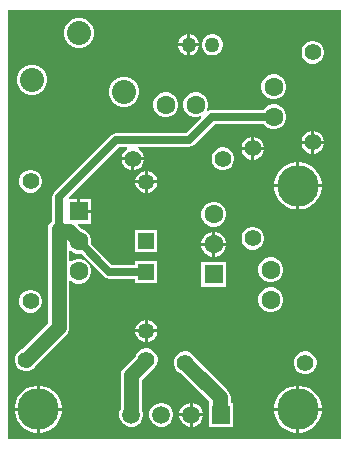
<source format=gbr>
%TF.GenerationSoftware,Altium Limited,Altium Designer,23.7.1 (13)*%
G04 Layer_Physical_Order=2*
G04 Layer_Color=16711680*
%FSLAX45Y45*%
%MOMM*%
%TF.SameCoordinates,8B45DB0F-F0D4-485E-9900-1B50B3984352*%
%TF.FilePolarity,Positive*%
%TF.FileFunction,Copper,L2,Bot,Signal*%
%TF.Part,Single*%
G01*
G75*
%TA.AperFunction,Conductor*%
%ADD10C,1.27000*%
%ADD11C,0.63500*%
%TA.AperFunction,ComponentPad*%
%ADD13C,2.03200*%
%ADD14C,1.27000*%
%ADD15R,1.35000X1.35000*%
%ADD16C,1.35000*%
%ADD17R,1.50000X1.50000*%
%ADD18C,1.50000*%
%ADD19C,1.40000*%
%ADD20C,1.60000*%
%TA.AperFunction,ViaPad*%
%ADD21C,3.50000*%
%TA.AperFunction,ComponentPad*%
%ADD22C,1.60000*%
%ADD23R,1.60000X1.60000*%
G36*
X5321300Y9093200D02*
X2501900D01*
Y12725400D01*
X5321300D01*
Y9093200D01*
D02*
G37*
%LPC*%
G36*
X4041800Y12521933D02*
Y12446000D01*
X4117733D01*
X4111941Y12467614D01*
X4100238Y12487886D01*
X4083686Y12504438D01*
X4063414Y12516142D01*
X4041800Y12521933D01*
D02*
G37*
G36*
X4016400D02*
X3994786Y12516142D01*
X3974514Y12504438D01*
X3957962Y12487886D01*
X3946258Y12467614D01*
X3940467Y12446000D01*
X4016400D01*
Y12521933D01*
D02*
G37*
G36*
X3115520Y12661900D02*
X3082080D01*
X3049780Y12653245D01*
X3020820Y12636525D01*
X2997175Y12612880D01*
X2980455Y12583920D01*
X2971800Y12551620D01*
Y12518180D01*
X2980455Y12485880D01*
X2997175Y12456920D01*
X3020820Y12433275D01*
X3049780Y12416555D01*
X3082080Y12407900D01*
X3115520D01*
X3147820Y12416555D01*
X3176780Y12433275D01*
X3200425Y12456920D01*
X3217145Y12485880D01*
X3225800Y12518180D01*
Y12551620D01*
X3217145Y12583920D01*
X3200425Y12612880D01*
X3176780Y12636525D01*
X3147820Y12653245D01*
X3115520Y12661900D01*
D02*
G37*
G36*
X4117733Y12420600D02*
X4041800D01*
Y12344667D01*
X4063414Y12350458D01*
X4083686Y12362162D01*
X4100238Y12378714D01*
X4111941Y12398986D01*
X4117733Y12420600D01*
D02*
G37*
G36*
X4016400D02*
X3940467D01*
X3946258Y12398986D01*
X3957962Y12378714D01*
X3974514Y12362162D01*
X3994786Y12350458D01*
X4016400Y12344667D01*
Y12420600D01*
D02*
G37*
G36*
X4240804Y12522200D02*
X4217396D01*
X4194786Y12516142D01*
X4174514Y12504438D01*
X4157962Y12487886D01*
X4146258Y12467614D01*
X4140200Y12445004D01*
Y12421596D01*
X4146258Y12398986D01*
X4157962Y12378714D01*
X4174514Y12362162D01*
X4194786Y12350458D01*
X4217396Y12344400D01*
X4240804D01*
X4263414Y12350458D01*
X4283686Y12362162D01*
X4300238Y12378714D01*
X4311942Y12398986D01*
X4318000Y12421596D01*
Y12445004D01*
X4311942Y12467614D01*
X4300238Y12487886D01*
X4283686Y12504438D01*
X4263414Y12516142D01*
X4240804Y12522200D01*
D02*
G37*
G36*
X5092560Y12465200D02*
X5067440D01*
X5043177Y12458698D01*
X5021423Y12446139D01*
X5003661Y12428377D01*
X4991102Y12406623D01*
X4984600Y12382360D01*
Y12357240D01*
X4991102Y12332977D01*
X5003661Y12311223D01*
X5021423Y12293461D01*
X5043177Y12280902D01*
X5067440Y12274400D01*
X5092560D01*
X5116823Y12280902D01*
X5138577Y12293461D01*
X5156339Y12311223D01*
X5168898Y12332977D01*
X5175400Y12357240D01*
Y12382360D01*
X5168898Y12406623D01*
X5156339Y12428377D01*
X5138577Y12446139D01*
X5116823Y12458698D01*
X5092560Y12465200D01*
D02*
G37*
G36*
X2719280Y12265660D02*
X2685840D01*
X2653540Y12257005D01*
X2624580Y12240285D01*
X2600935Y12216640D01*
X2584215Y12187680D01*
X2575560Y12155380D01*
Y12121940D01*
X2584215Y12089640D01*
X2600935Y12060680D01*
X2624580Y12037035D01*
X2653540Y12020315D01*
X2685840Y12011660D01*
X2719280D01*
X2751580Y12020315D01*
X2780540Y12037035D01*
X2804185Y12060680D01*
X2820905Y12089640D01*
X2829560Y12121940D01*
Y12155380D01*
X2820905Y12187680D01*
X2804185Y12216640D01*
X2780540Y12240285D01*
X2751580Y12257005D01*
X2719280Y12265660D01*
D02*
G37*
G36*
X4763676Y12183100D02*
X4735924D01*
X4709117Y12175917D01*
X4685083Y12162041D01*
X4665459Y12142417D01*
X4651583Y12118383D01*
X4644400Y12091576D01*
Y12063824D01*
X4651583Y12037017D01*
X4665459Y12012983D01*
X4685083Y11993359D01*
X4709117Y11979483D01*
X4735924Y11972300D01*
X4763676D01*
X4790483Y11979483D01*
X4814517Y11993359D01*
X4834141Y12012983D01*
X4848017Y12037017D01*
X4855200Y12063824D01*
Y12091576D01*
X4848017Y12118383D01*
X4834141Y12142417D01*
X4814517Y12162041D01*
X4790483Y12175917D01*
X4763676Y12183100D01*
D02*
G37*
G36*
X3496520Y12164060D02*
X3463080D01*
X3430780Y12155405D01*
X3401820Y12138685D01*
X3378175Y12115040D01*
X3361455Y12086080D01*
X3352800Y12053780D01*
Y12020340D01*
X3361455Y11988040D01*
X3378175Y11959080D01*
X3401820Y11935435D01*
X3430780Y11918715D01*
X3463080Y11910060D01*
X3496520D01*
X3528820Y11918715D01*
X3557780Y11935435D01*
X3581425Y11959080D01*
X3598145Y11988040D01*
X3606800Y12020340D01*
Y12053780D01*
X3598145Y12086080D01*
X3581425Y12115040D01*
X3557780Y12138685D01*
X3528820Y12155405D01*
X3496520Y12164060D01*
D02*
G37*
G36*
X3849276Y12030700D02*
X3821524D01*
X3794717Y12023517D01*
X3770683Y12009641D01*
X3751059Y11990017D01*
X3737183Y11965983D01*
X3730000Y11939176D01*
Y11911424D01*
X3737183Y11884617D01*
X3751059Y11860583D01*
X3770683Y11840959D01*
X3794717Y11827083D01*
X3821524Y11819900D01*
X3849276D01*
X3876083Y11827083D01*
X3900117Y11840959D01*
X3919741Y11860583D01*
X3933617Y11884617D01*
X3940800Y11911424D01*
Y11939176D01*
X3933617Y11965983D01*
X3919741Y11990017D01*
X3900117Y12009641D01*
X3876083Y12023517D01*
X3849276Y12030700D01*
D02*
G37*
G36*
X4103276D02*
X4075524D01*
X4048717Y12023517D01*
X4024683Y12009641D01*
X4005059Y11990017D01*
X3991183Y11965983D01*
X3984000Y11939176D01*
Y11911424D01*
X3991183Y11884617D01*
X4005059Y11860583D01*
X4024683Y11840959D01*
X4048717Y11827083D01*
X4075524Y11819900D01*
X4103276D01*
X4130083Y11827083D01*
X4136921Y11816366D01*
X4005825Y11685270D01*
X3416477D01*
X3394178Y11680834D01*
X3375274Y11668203D01*
X2888697Y11181626D01*
X2876066Y11162722D01*
X2871631Y11140423D01*
Y10940843D01*
X2864459Y10935340D01*
X2850210Y10916770D01*
X2841252Y10895144D01*
X2838197Y10871936D01*
Y10077005D01*
X2614905Y9853714D01*
X2595723Y9842639D01*
X2577961Y9824877D01*
X2565402Y9803123D01*
X2558900Y9778860D01*
Y9753740D01*
X2565402Y9729477D01*
X2577961Y9707723D01*
X2595723Y9689961D01*
X2617477Y9677402D01*
X2641740Y9670900D01*
X2666860D01*
X2691123Y9677402D01*
X2712877Y9689961D01*
X2730639Y9707723D01*
X2741714Y9726905D01*
X2991268Y9976459D01*
X3005517Y9995030D01*
X3014475Y10016656D01*
X3017531Y10039864D01*
Y10431218D01*
X3029264Y10436078D01*
X3034083Y10431259D01*
X3058117Y10417383D01*
X3084924Y10410200D01*
X3112676D01*
X3139483Y10417383D01*
X3163517Y10431259D01*
X3183141Y10450883D01*
X3197017Y10474917D01*
X3204200Y10501724D01*
Y10529476D01*
X3197017Y10556283D01*
X3183141Y10580317D01*
X3163517Y10599941D01*
X3139483Y10613817D01*
X3112676Y10621000D01*
X3084924D01*
X3058117Y10613817D01*
X3034083Y10599941D01*
X3029264Y10595122D01*
X3017531Y10599982D01*
Y10685218D01*
X3029264Y10690078D01*
X3034083Y10685259D01*
X3058117Y10671383D01*
X3084924Y10664200D01*
X3112676D01*
X3119867Y10666127D01*
X3315597Y10470397D01*
X3334501Y10457766D01*
X3356800Y10453330D01*
X3577401D01*
Y10418700D01*
X3763200D01*
Y10604500D01*
X3577401D01*
Y10569870D01*
X3380936D01*
X3202273Y10748533D01*
X3204200Y10755724D01*
Y10783476D01*
X3197017Y10810283D01*
X3183141Y10834317D01*
X3163517Y10853941D01*
X3139483Y10867817D01*
X3122966Y10872243D01*
X3089708Y10905500D01*
X3094969Y10918200D01*
X3204200D01*
Y11010900D01*
X3098800D01*
Y11023600D01*
X3086100D01*
Y11129000D01*
X3017476D01*
X3012616Y11140733D01*
X3440613Y11568730D01*
X3508633D01*
X3510304Y11566540D01*
X3506981Y11549957D01*
X3497423Y11544439D01*
X3479661Y11526677D01*
X3467102Y11504923D01*
X3460638Y11480800D01*
X3651362D01*
X3644898Y11504923D01*
X3632339Y11526677D01*
X3614577Y11544439D01*
X3605019Y11549957D01*
X3601696Y11566540D01*
X3603367Y11568730D01*
X4029961D01*
X4052260Y11573166D01*
X4071164Y11585797D01*
X4250797Y11765430D01*
X4661737D01*
X4665459Y11758983D01*
X4685083Y11739359D01*
X4709117Y11725483D01*
X4735924Y11718300D01*
X4763676D01*
X4790483Y11725483D01*
X4814517Y11739359D01*
X4834141Y11758983D01*
X4848017Y11783017D01*
X4855200Y11809824D01*
Y11837576D01*
X4848017Y11864383D01*
X4834141Y11888417D01*
X4814517Y11908041D01*
X4790483Y11921917D01*
X4763676Y11929100D01*
X4735924D01*
X4709117Y11921917D01*
X4685083Y11908041D01*
X4665459Y11888417D01*
X4661737Y11881970D01*
X4226661D01*
X4204362Y11877534D01*
X4194318Y11870823D01*
X4184800Y11879737D01*
X4187617Y11884617D01*
X4194800Y11911424D01*
Y11939176D01*
X4187617Y11965983D01*
X4173741Y11990017D01*
X4154117Y12009641D01*
X4130083Y12023517D01*
X4103276Y12030700D01*
D02*
G37*
G36*
X5092700Y11703162D02*
Y11620500D01*
X5175362D01*
X5168898Y11644623D01*
X5156339Y11666377D01*
X5138577Y11684139D01*
X5116823Y11696698D01*
X5092700Y11703162D01*
D02*
G37*
G36*
X5067300D02*
X5043177Y11696698D01*
X5021423Y11684139D01*
X5003661Y11666377D01*
X4991102Y11644623D01*
X4984638Y11620500D01*
X5067300D01*
Y11703162D01*
D02*
G37*
G36*
X4584700Y11652362D02*
Y11569700D01*
X4667362D01*
X4660898Y11593823D01*
X4648339Y11615577D01*
X4630577Y11633339D01*
X4608823Y11645898D01*
X4584700Y11652362D01*
D02*
G37*
G36*
X4559300D02*
X4535177Y11645898D01*
X4513423Y11633339D01*
X4495661Y11615577D01*
X4483102Y11593823D01*
X4476638Y11569700D01*
X4559300D01*
Y11652362D01*
D02*
G37*
G36*
X5175362Y11595100D02*
X5092700D01*
Y11512438D01*
X5116823Y11518902D01*
X5138577Y11531461D01*
X5156339Y11549223D01*
X5168898Y11570977D01*
X5175362Y11595100D01*
D02*
G37*
G36*
X5067300D02*
X4984638D01*
X4991102Y11570977D01*
X5003661Y11549223D01*
X5021423Y11531461D01*
X5043177Y11518902D01*
X5067300Y11512438D01*
Y11595100D01*
D02*
G37*
G36*
X4667362Y11544300D02*
X4584700D01*
Y11461638D01*
X4608823Y11468102D01*
X4630577Y11480661D01*
X4648339Y11498423D01*
X4660898Y11520177D01*
X4667362Y11544300D01*
D02*
G37*
G36*
X4559300D02*
X4476638D01*
X4483102Y11520177D01*
X4495661Y11498423D01*
X4513423Y11480661D01*
X4535177Y11468102D01*
X4559300Y11461638D01*
Y11544300D01*
D02*
G37*
G36*
X3651362Y11455400D02*
X3568700D01*
Y11372738D01*
X3592823Y11379202D01*
X3614577Y11391761D01*
X3632339Y11409523D01*
X3644898Y11431277D01*
X3651362Y11455400D01*
D02*
G37*
G36*
X3543300D02*
X3460638D01*
X3467102Y11431277D01*
X3479661Y11409523D01*
X3497423Y11391761D01*
X3519177Y11379202D01*
X3543300Y11372738D01*
Y11455400D01*
D02*
G37*
G36*
X4330560Y11563500D02*
X4305440D01*
X4281177Y11556998D01*
X4259423Y11544439D01*
X4241661Y11526677D01*
X4229102Y11504923D01*
X4222600Y11480660D01*
Y11455540D01*
X4229102Y11431277D01*
X4241661Y11409523D01*
X4259423Y11391761D01*
X4281177Y11379202D01*
X4305440Y11372700D01*
X4330560D01*
X4354823Y11379202D01*
X4376577Y11391761D01*
X4394339Y11409523D01*
X4406898Y11431277D01*
X4413400Y11455540D01*
Y11480660D01*
X4406898Y11504923D01*
X4394339Y11526677D01*
X4376577Y11544439D01*
X4354823Y11556998D01*
X4330560Y11563500D01*
D02*
G37*
G36*
X3683001Y11366374D02*
Y11286300D01*
X3763075D01*
X3756870Y11309458D01*
X3744639Y11330642D01*
X3727343Y11347938D01*
X3706158Y11360169D01*
X3683001Y11366374D01*
D02*
G37*
G36*
X3657601D02*
X3634443Y11360169D01*
X3613258Y11347938D01*
X3595962Y11330642D01*
X3583731Y11309458D01*
X3577526Y11286300D01*
X3657601D01*
Y11366374D01*
D02*
G37*
G36*
X4972738Y11439900D02*
X4965700D01*
Y11252200D01*
X5153400D01*
Y11259238D01*
X5145699Y11297955D01*
X5130592Y11334425D01*
X5108661Y11367248D01*
X5080748Y11395161D01*
X5047925Y11417092D01*
X5011455Y11432199D01*
X4972738Y11439900D01*
D02*
G37*
G36*
X4940300D02*
X4933262D01*
X4894545Y11432199D01*
X4858075Y11417092D01*
X4825252Y11395161D01*
X4797339Y11367248D01*
X4775408Y11334425D01*
X4760301Y11297955D01*
X4752600Y11259238D01*
Y11252200D01*
X4940300D01*
Y11439900D01*
D02*
G37*
G36*
X2702260Y11373000D02*
X2677140D01*
X2652877Y11366498D01*
X2631123Y11353939D01*
X2613361Y11336177D01*
X2600802Y11314423D01*
X2594300Y11290160D01*
Y11265040D01*
X2600802Y11240777D01*
X2613361Y11219023D01*
X2631123Y11201261D01*
X2652877Y11188702D01*
X2677140Y11182200D01*
X2702260D01*
X2726523Y11188702D01*
X2748277Y11201261D01*
X2766039Y11219023D01*
X2778598Y11240777D01*
X2785100Y11265040D01*
Y11290160D01*
X2778598Y11314423D01*
X2766039Y11336177D01*
X2748277Y11353939D01*
X2726523Y11366498D01*
X2702260Y11373000D01*
D02*
G37*
G36*
X3763075Y11260900D02*
X3683001D01*
Y11180826D01*
X3706158Y11187031D01*
X3727343Y11199262D01*
X3744639Y11216558D01*
X3756870Y11237742D01*
X3763075Y11260900D01*
D02*
G37*
G36*
X3657601D02*
X3577526D01*
X3583731Y11237742D01*
X3595962Y11216558D01*
X3613258Y11199262D01*
X3634443Y11187031D01*
X3657601Y11180826D01*
Y11260900D01*
D02*
G37*
G36*
X5153400Y11226800D02*
X4965700D01*
Y11039100D01*
X4972738D01*
X5011455Y11046801D01*
X5047925Y11061908D01*
X5080748Y11083839D01*
X5108661Y11111752D01*
X5130592Y11144575D01*
X5145699Y11181045D01*
X5153400Y11219762D01*
Y11226800D01*
D02*
G37*
G36*
X4940300D02*
X4752600D01*
Y11219762D01*
X4760301Y11181045D01*
X4775408Y11144575D01*
X4797339Y11111752D01*
X4825252Y11083839D01*
X4858075Y11061908D01*
X4894545Y11046801D01*
X4933262Y11039100D01*
X4940300D01*
Y11226800D01*
D02*
G37*
G36*
X3204200Y11129000D02*
X3111500D01*
Y11036300D01*
X3204200D01*
Y11129000D01*
D02*
G37*
G36*
X4255676Y11103600D02*
X4227924D01*
X4201117Y11096417D01*
X4177083Y11082541D01*
X4157459Y11062917D01*
X4143583Y11038883D01*
X4136400Y11012076D01*
Y10984324D01*
X4143583Y10957517D01*
X4157459Y10933483D01*
X4177083Y10913859D01*
X4201117Y10899983D01*
X4227924Y10892800D01*
X4255676D01*
X4282483Y10899983D01*
X4306517Y10913859D01*
X4326141Y10933483D01*
X4340017Y10957517D01*
X4347200Y10984324D01*
Y11012076D01*
X4340017Y11038883D01*
X4326141Y11062917D01*
X4306517Y11082541D01*
X4282483Y11096417D01*
X4255676Y11103600D01*
D02*
G37*
G36*
Y10849600D02*
X4254500D01*
Y10756900D01*
X4347200D01*
Y10758076D01*
X4340017Y10784883D01*
X4326141Y10808917D01*
X4306517Y10828541D01*
X4282483Y10842417D01*
X4255676Y10849600D01*
D02*
G37*
G36*
X4229100D02*
X4227924D01*
X4201117Y10842417D01*
X4177083Y10828541D01*
X4157459Y10808917D01*
X4143583Y10784883D01*
X4136400Y10758076D01*
Y10756900D01*
X4229100D01*
Y10849600D01*
D02*
G37*
G36*
X4584560Y10890400D02*
X4559440D01*
X4535177Y10883898D01*
X4513423Y10871339D01*
X4495661Y10853577D01*
X4483102Y10831823D01*
X4476600Y10807560D01*
Y10782440D01*
X4483102Y10758177D01*
X4495661Y10736423D01*
X4513423Y10718661D01*
X4535177Y10706102D01*
X4559440Y10699600D01*
X4584560D01*
X4608823Y10706102D01*
X4630577Y10718661D01*
X4648339Y10736423D01*
X4660898Y10758177D01*
X4667400Y10782440D01*
Y10807560D01*
X4660898Y10831823D01*
X4648339Y10853577D01*
X4630577Y10871339D01*
X4608823Y10883898D01*
X4584560Y10890400D01*
D02*
G37*
G36*
X3763199Y10866500D02*
X3577399D01*
Y10680700D01*
X3763199D01*
Y10866500D01*
D02*
G37*
G36*
X4347200Y10731500D02*
X4254500D01*
Y10638800D01*
X4255676D01*
X4282483Y10645983D01*
X4306517Y10659859D01*
X4326141Y10679483D01*
X4340017Y10703517D01*
X4347200Y10730324D01*
Y10731500D01*
D02*
G37*
G36*
X4229100D02*
X4136400D01*
Y10730324D01*
X4143583Y10703517D01*
X4157459Y10679483D01*
X4177083Y10659859D01*
X4201117Y10645983D01*
X4227924Y10638800D01*
X4229100D01*
Y10731500D01*
D02*
G37*
G36*
X4738276Y10633700D02*
X4710524D01*
X4683717Y10626517D01*
X4659683Y10612641D01*
X4640059Y10593017D01*
X4626183Y10568983D01*
X4619000Y10542176D01*
Y10514424D01*
X4626183Y10487617D01*
X4640059Y10463583D01*
X4659683Y10443959D01*
X4683717Y10430083D01*
X4710524Y10422900D01*
X4738276D01*
X4765083Y10430083D01*
X4789117Y10443959D01*
X4808741Y10463583D01*
X4822617Y10487617D01*
X4829800Y10514424D01*
Y10542176D01*
X4822617Y10568983D01*
X4808741Y10593017D01*
X4789117Y10612641D01*
X4765083Y10626517D01*
X4738276Y10633700D01*
D02*
G37*
G36*
X4347200Y10595600D02*
X4136400D01*
Y10384800D01*
X4347200D01*
Y10595600D01*
D02*
G37*
G36*
X4738276Y10379700D02*
X4710524D01*
X4683717Y10372517D01*
X4659683Y10358641D01*
X4640059Y10339017D01*
X4626183Y10314983D01*
X4619000Y10288176D01*
Y10260424D01*
X4626183Y10233617D01*
X4640059Y10209583D01*
X4659683Y10189959D01*
X4683717Y10176083D01*
X4710524Y10168900D01*
X4738276D01*
X4765083Y10176083D01*
X4789117Y10189959D01*
X4808741Y10209583D01*
X4822617Y10233617D01*
X4829800Y10260424D01*
Y10288176D01*
X4822617Y10314983D01*
X4808741Y10339017D01*
X4789117Y10358641D01*
X4765083Y10372517D01*
X4738276Y10379700D01*
D02*
G37*
G36*
X2702260Y10357000D02*
X2677140D01*
X2652877Y10350498D01*
X2631123Y10337939D01*
X2613361Y10320177D01*
X2600802Y10298423D01*
X2594300Y10274160D01*
Y10249040D01*
X2600802Y10224777D01*
X2613361Y10203023D01*
X2631123Y10185261D01*
X2652877Y10172702D01*
X2677140Y10166200D01*
X2702260D01*
X2726523Y10172702D01*
X2748277Y10185261D01*
X2766039Y10203023D01*
X2778598Y10224777D01*
X2785100Y10249040D01*
Y10274160D01*
X2778598Y10298423D01*
X2766039Y10320177D01*
X2748277Y10337939D01*
X2726523Y10350498D01*
X2702260Y10357000D01*
D02*
G37*
G36*
X3682999Y10104374D02*
Y10024300D01*
X3763074D01*
X3756869Y10047458D01*
X3744638Y10068642D01*
X3727342Y10085938D01*
X3706157Y10098169D01*
X3682999Y10104374D01*
D02*
G37*
G36*
X3657599D02*
X3634442Y10098169D01*
X3613257Y10085938D01*
X3595961Y10068642D01*
X3583730Y10047458D01*
X3577525Y10024300D01*
X3657599D01*
Y10104374D01*
D02*
G37*
G36*
X3763074Y9998900D02*
X3682999D01*
Y9918826D01*
X3706157Y9925031D01*
X3727342Y9937262D01*
X3744638Y9954558D01*
X3756869Y9975742D01*
X3763074Y9998900D01*
D02*
G37*
G36*
X3657599D02*
X3577525D01*
X3583730Y9975742D01*
X3595961Y9954558D01*
X3613257Y9937262D01*
X3634442Y9925031D01*
X3657599Y9918826D01*
Y9998900D01*
D02*
G37*
G36*
X5029060Y9836300D02*
X5003940D01*
X4979677Y9829798D01*
X4957923Y9817239D01*
X4940161Y9799477D01*
X4927602Y9777723D01*
X4921100Y9753460D01*
Y9728340D01*
X4927602Y9704077D01*
X4940161Y9682323D01*
X4957923Y9664561D01*
X4979677Y9652002D01*
X5003940Y9645500D01*
X5029060D01*
X5053323Y9652002D01*
X5075077Y9664561D01*
X5092839Y9682323D01*
X5105398Y9704077D01*
X5111900Y9728340D01*
Y9753460D01*
X5105398Y9777723D01*
X5092839Y9799477D01*
X5075077Y9817239D01*
X5053323Y9829798D01*
X5029060Y9836300D01*
D02*
G37*
G36*
X4972738Y9547600D02*
X4965700D01*
Y9359900D01*
X5153400D01*
Y9366938D01*
X5145699Y9405655D01*
X5130592Y9442125D01*
X5108661Y9474948D01*
X5080748Y9502861D01*
X5047925Y9524792D01*
X5011455Y9539899D01*
X4972738Y9547600D01*
D02*
G37*
G36*
X4940300D02*
X4933262D01*
X4894545Y9539899D01*
X4858075Y9524792D01*
X4825252Y9502861D01*
X4797339Y9474948D01*
X4775408Y9442125D01*
X4760301Y9405655D01*
X4752600Y9366938D01*
Y9359900D01*
X4940300D01*
Y9547600D01*
D02*
G37*
G36*
X2775638D02*
X2768600D01*
Y9359900D01*
X2956300D01*
Y9366938D01*
X2948599Y9405655D01*
X2933492Y9442125D01*
X2911561Y9474948D01*
X2883648Y9502861D01*
X2850825Y9524792D01*
X2814355Y9539899D01*
X2775638Y9547600D01*
D02*
G37*
G36*
X2743200D02*
X2736162D01*
X2697445Y9539899D01*
X2660975Y9524792D01*
X2628152Y9502861D01*
X2600239Y9474948D01*
X2578308Y9442125D01*
X2563201Y9405655D01*
X2555500Y9366938D01*
Y9359900D01*
X2743200D01*
Y9547600D01*
D02*
G37*
G36*
X4064518Y9401880D02*
X4064000D01*
Y9314180D01*
X4151700D01*
Y9314698D01*
X4144858Y9340233D01*
X4131640Y9363127D01*
X4112947Y9381820D01*
X4090053Y9395038D01*
X4064518Y9401880D01*
D02*
G37*
G36*
X4038600D02*
X4038082D01*
X4012547Y9395038D01*
X3989653Y9381820D01*
X3970960Y9363127D01*
X3957742Y9340233D01*
X3950900Y9314698D01*
Y9314180D01*
X4038600D01*
Y9401880D01*
D02*
G37*
G36*
X4013060Y9836300D02*
X3987940D01*
X3963677Y9829798D01*
X3941923Y9817239D01*
X3924161Y9799477D01*
X3911602Y9777723D01*
X3905100Y9753460D01*
Y9728340D01*
X3911602Y9704077D01*
X3924161Y9682323D01*
X3941923Y9664561D01*
X3961105Y9653486D01*
X4204133Y9410459D01*
Y9312980D01*
X4204900Y9307152D01*
Y9201080D01*
X4405700D01*
Y9401880D01*
X4383467D01*
Y9447600D01*
X4380412Y9470808D01*
X4371454Y9492434D01*
X4357204Y9511004D01*
X4087914Y9780295D01*
X4076839Y9799477D01*
X4059077Y9817239D01*
X4037323Y9829798D01*
X4013060Y9836300D01*
D02*
G37*
G36*
X4151700Y9288780D02*
X4064000D01*
Y9201080D01*
X4064518D01*
X4090053Y9207922D01*
X4112947Y9221140D01*
X4131640Y9239833D01*
X4144858Y9262727D01*
X4151700Y9288262D01*
Y9288780D01*
D02*
G37*
G36*
X4038600D02*
X3950900D01*
Y9288262D01*
X3957742Y9262727D01*
X3970960Y9239833D01*
X3989653Y9221140D01*
X4012547Y9207922D01*
X4038082Y9201080D01*
X4038600D01*
Y9288780D01*
D02*
G37*
G36*
X3810518Y9401880D02*
X3784082D01*
X3758547Y9395038D01*
X3735653Y9381820D01*
X3716960Y9363127D01*
X3703742Y9340233D01*
X3696900Y9314698D01*
Y9288262D01*
X3703742Y9262727D01*
X3716960Y9239833D01*
X3735653Y9221140D01*
X3758547Y9207922D01*
X3784082Y9201080D01*
X3810518D01*
X3836053Y9207922D01*
X3858947Y9221140D01*
X3877640Y9239833D01*
X3890858Y9262727D01*
X3897700Y9288262D01*
Y9314698D01*
X3890858Y9340233D01*
X3877640Y9363127D01*
X3858947Y9381820D01*
X3836053Y9395038D01*
X3810518Y9401880D01*
D02*
G37*
G36*
X3682860Y9861700D02*
X3657740D01*
X3633477Y9855198D01*
X3611723Y9842639D01*
X3593961Y9824877D01*
X3581402Y9803123D01*
X3580512Y9799802D01*
X3479896Y9699186D01*
X3465646Y9680616D01*
X3456688Y9658990D01*
X3453633Y9635782D01*
Y9346972D01*
X3449742Y9340233D01*
X3442900Y9314698D01*
Y9288262D01*
X3449742Y9262727D01*
X3462960Y9239833D01*
X3481653Y9221140D01*
X3504547Y9207922D01*
X3530082Y9201080D01*
X3556518D01*
X3582053Y9207922D01*
X3604947Y9221140D01*
X3623640Y9239833D01*
X3636858Y9262727D01*
X3643700Y9288262D01*
Y9314698D01*
X3636858Y9340233D01*
X3632967Y9346972D01*
Y9598641D01*
X3718018Y9683692D01*
X3728877Y9689961D01*
X3746639Y9707723D01*
X3759198Y9729477D01*
X3765700Y9753740D01*
Y9778860D01*
X3759198Y9803123D01*
X3746639Y9824877D01*
X3728877Y9842639D01*
X3707123Y9855198D01*
X3682860Y9861700D01*
D02*
G37*
G36*
X5153400Y9334500D02*
X4965700D01*
Y9146800D01*
X4972738D01*
X5011455Y9154501D01*
X5047925Y9169608D01*
X5080748Y9191539D01*
X5108661Y9219452D01*
X5130592Y9252275D01*
X5145699Y9288745D01*
X5153400Y9327462D01*
Y9334500D01*
D02*
G37*
G36*
X4940300D02*
X4752600D01*
Y9327462D01*
X4760301Y9288745D01*
X4775408Y9252275D01*
X4797339Y9219452D01*
X4825252Y9191539D01*
X4858075Y9169608D01*
X4894545Y9154501D01*
X4933262Y9146800D01*
X4940300D01*
Y9334500D01*
D02*
G37*
G36*
X2956300D02*
X2768600D01*
Y9146800D01*
X2775638D01*
X2814355Y9154501D01*
X2850825Y9169608D01*
X2883648Y9191539D01*
X2911561Y9219452D01*
X2933492Y9252275D01*
X2948599Y9288745D01*
X2956300Y9327462D01*
Y9334500D01*
D02*
G37*
G36*
X2743200D02*
X2555500D01*
Y9327462D01*
X2563201Y9288745D01*
X2578308Y9252275D01*
X2600239Y9219452D01*
X2628152Y9191539D01*
X2660975Y9169608D01*
X2697445Y9154501D01*
X2736162Y9146800D01*
X2743200D01*
Y9334500D01*
D02*
G37*
%LPD*%
D10*
X3543300Y9301480D02*
Y9635782D01*
X3670300Y9762782D01*
Y9766300D01*
X4000500Y9740900D02*
X4293800Y9447600D01*
Y9312980D02*
Y9447600D01*
Y9312980D02*
X4305300Y9301480D01*
X2927864Y10039864D02*
Y10871936D01*
X2981977Y10854700D02*
X3013700D01*
X3098800Y10769600D01*
X2654300Y9766300D02*
X2927864Y10039864D01*
D11*
X3356800Y10511600D02*
X3670301D01*
X3098800Y10769600D02*
X3356800Y10511600D01*
X2927864Y10871936D02*
X2946302Y10890375D01*
X2929900Y10906777D02*
Y11140423D01*
X3416477Y11627000D01*
X4029961D01*
X4226661Y11823700D01*
X4749800D01*
D13*
X2702560Y12138660D02*
D03*
X3479800Y12037060D02*
D03*
X3098800Y12534900D02*
D03*
D14*
X4029100Y12433300D02*
D03*
X4229100D02*
D03*
D15*
X3670301Y10511600D02*
D03*
X3670299Y10773600D02*
D03*
D16*
Y10011600D02*
D03*
X3670301Y11273600D02*
D03*
D17*
X4305300Y9301480D02*
D03*
D18*
X4051300D02*
D03*
X3797300D02*
D03*
X3543300D02*
D03*
D19*
X5016500Y9740900D02*
D03*
X4000500D02*
D03*
X2654300Y9766300D02*
D03*
X3670300D02*
D03*
X4572000Y10795000D02*
D03*
Y11557000D02*
D03*
X4318000Y11468100D02*
D03*
X3556000D02*
D03*
X2689700Y10261600D02*
D03*
Y11277600D02*
D03*
X5080000Y12369800D02*
D03*
Y11607800D02*
D03*
D20*
X4724400Y10274300D02*
D03*
Y10528300D02*
D03*
X4749800Y11823700D02*
D03*
Y12077700D02*
D03*
X4089400Y11925300D02*
D03*
X3835400D02*
D03*
D21*
X2755900Y9347200D02*
D03*
X4953000D02*
D03*
Y11239500D02*
D03*
D22*
X4241800Y10998200D02*
D03*
Y10744200D02*
D03*
X3098800Y10515600D02*
D03*
Y10769600D02*
D03*
D23*
X4241800Y10490200D02*
D03*
X3098800Y11023600D02*
D03*
%TF.MD5,44db2192fedb3817d074762c163607c2*%
M02*

</source>
